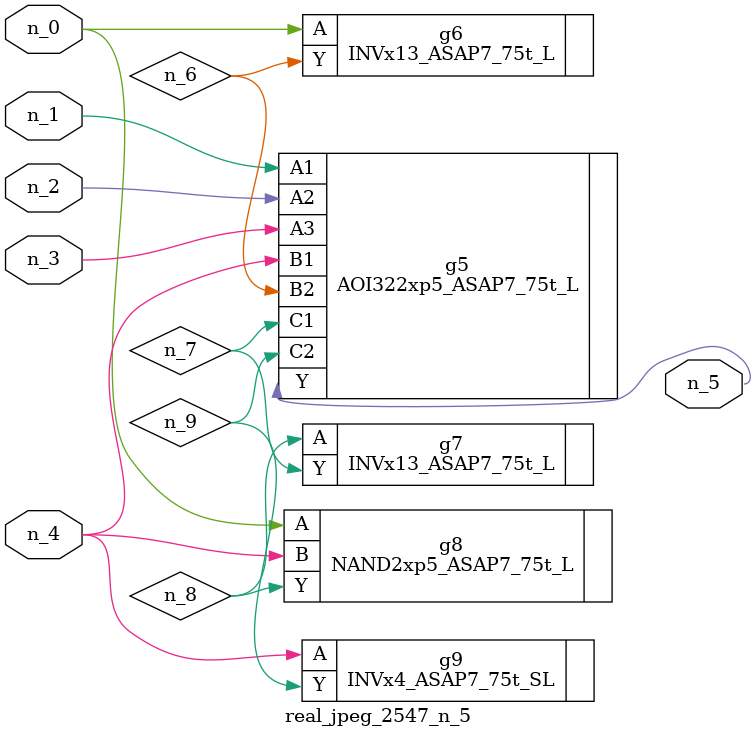
<source format=v>
module real_jpeg_2547_n_5 (n_4, n_0, n_1, n_2, n_3, n_5);

input n_4;
input n_0;
input n_1;
input n_2;
input n_3;

output n_5;

wire n_8;
wire n_6;
wire n_7;
wire n_9;

INVx13_ASAP7_75t_L g6 ( 
.A(n_0),
.Y(n_6)
);

NAND2xp5_ASAP7_75t_L g8 ( 
.A(n_0),
.B(n_4),
.Y(n_8)
);

AOI322xp5_ASAP7_75t_L g5 ( 
.A1(n_1),
.A2(n_2),
.A3(n_3),
.B1(n_4),
.B2(n_6),
.C1(n_7),
.C2(n_9),
.Y(n_5)
);

INVx4_ASAP7_75t_SL g9 ( 
.A(n_4),
.Y(n_9)
);

INVx13_ASAP7_75t_L g7 ( 
.A(n_8),
.Y(n_7)
);


endmodule
</source>
